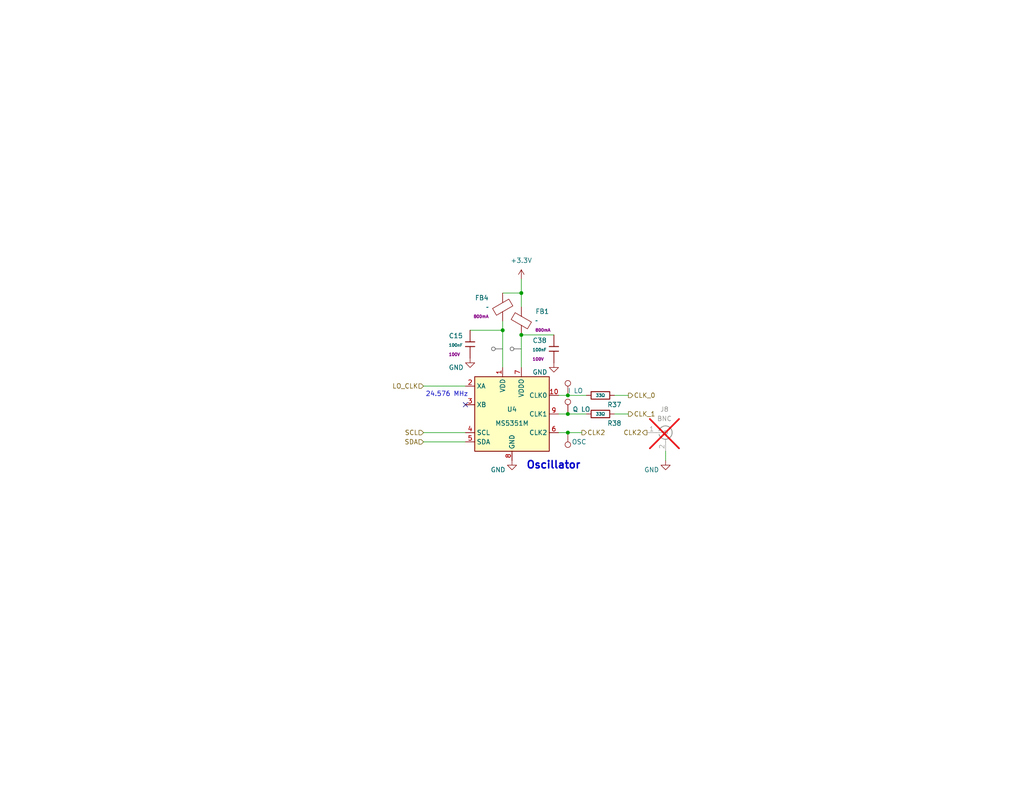
<source format=kicad_sch>
(kicad_sch (version 20250114) (generator "eeschema") (generator_version "9.0")
  (paper "USLetter")
  (title_block (date "2026-01-11") (rev "0.1"))
  (lib_symbols
    (symbol "+3.3V_1" (power) (pin_names (offset 0))
      (property "Value" "+3.3V_1" (at 0 3.556 0))
      (symbol "+3.3V_1_0_1"
        (polyline (pts (xy -0.762 1.27) (xy 0 2.54)))
        (polyline (pts (xy 0 2.54) (xy 0.762 1.27)))
        (polyline (pts (xy 0 0) (xy 0 2.54)))
      )
      (symbol "+3.3V_1_1_1"
        (pin power_in line (at 0 0 90) (length 0) (hide yes) (name "+3.3V") (number "1"))
      )
    )
    (symbol "Connector:Conn_Coaxial" (pin_names (offset 1.016) (hide yes))
      (property "Reference" "J" (at 0.254 3.048 0))
      (property "Value" "Conn_Coaxial" (at 2.921 0 90))
      (symbol "Conn_Coaxial_0_1"
        (polyline (pts (xy -2.54 0) (xy -0.508 0)))
        (arc (start 1.778 0) (mid 0.222 -1.8079) (end -1.778 -0.508) (stroke (width 0.254)))
        (arc (start -1.778 0.508) (mid 0.2221 1.8084) (end 1.778 0) (stroke (width 0.254)))
        (circle (center 0 0) (radius 0.508) (stroke (width 0.2032)))
        (polyline (pts (xy 0 -2.54) (xy 0 -1.778)))
      )
      (symbol "Conn_Coaxial_1_1"
        (pin passive line (at -5.08 0 0) (length 2.54) (name "In") (number "1"))
        (pin passive line (at 0 -5.08 90) (length 2.54) (name "Ext") (number "2"))
      )
    )
    (symbol "Connector:TestPoint" (pin_numbers (hide yes)) (pin_names (offset 0.762) (hide yes))
      (property "Reference" "TP" (at 0 6.858 0))
      (property "Value" "TestPoint" (at 0 5.08 0))
      (symbol "TestPoint_0_1"
        (circle (center 0 3.302) (radius 0.762))
      )
      (symbol "TestPoint_1_1"
        (pin passive line (at 0 0 90) (length 2.54) (name "1") (number "1"))
      )
    )
    (symbol "GND_1" (power) (pin_names (offset 0))
      (property "Value" "GND_1" (at 0 -3.81 0))
      (symbol "GND_1_0_1"
        (polyline (pts (xy 0 0) (xy 0 -1.27) (xy 1.27 -1.27) (xy 0 -2.54) (xy -1.27 -1.27) (xy 0 -1.27)))
      )
      (symbol "GND_1_1_1"
        (pin power_in line (at 0 0 270) (length 0) (hide yes) (name "GND") (number "1"))
      )
    )
    (symbol "Oscillator:Si5351A-B-GT"
      (property "Reference" "U" (at -8.89 11.43 0))
      (property "Value" "Si5351A-B-GT" (at -12.7 -12.7 0))
      (symbol "Si5351A-B-GT_0_1"
        (rectangle (start -10.16 10.16) (end 10.16 -10.16) (stroke (width 0.254)) (fill (type background)))
      )
      (symbol "Si5351A-B-GT_1_1"
        (pin input line (at -12.7 7.62 0) (length 2.54) (name "XA") (number "2"))
        (pin input line (at -12.7 2.54 0) (length 2.54) (name "XB") (number "3"))
        (pin input line (at -12.7 -5.08 0) (length 2.54) (name "SCL") (number "4"))
        (pin bidirectional line (at -12.7 -7.62 0) (length 2.54) (name "SDA") (number "5"))
        (pin power_in line (at -2.54 12.7 270) (length 2.54) (name "VDD") (number "1"))
        (pin power_in line (at 0 -12.7 90) (length 2.54) (name "GND") (number "8"))
        (pin power_in line (at 2.54 12.7 270) (length 2.54) (name "VDDO") (number "7"))
        (pin output line (at 12.7 5.08 180) (length 2.54) (name "CLK0") (number "10"))
        (pin output line (at 12.7 0 180) (length 2.54) (name "CLK1") (number "9"))
        (pin output line (at 12.7 -5.08 180) (length 2.54) (name "CLK2") (number "6"))
      )
    )
    (symbol "PCM_JLCPCB-Capacitors:0805,100nF" (pin_numbers (hide yes)) (pin_names (offset 0))
      (property "Reference" "C" (at 2.032 1.668 0))
      (property "Value" "100nF" (at 2.032 -0.3782 0))
      (property "Voltage Rated" "100V" (at 2.032 -2.0462 0))
      (symbol "0805,100nF_0_1"
        (polyline (pts (xy -1.27 0.635) (xy 1.27 0.635)) (stroke (width 0.254)))
        (polyline (pts (xy -1.27 -0.635) (xy 1.27 -0.635)) (stroke (width 0.254)))
      )
      (symbol "0805,100nF_1_1"
        (pin passive line (at 0 3.81 270) (length 3.175) (name "~") (number "1"))
        (pin passive line (at 0 -3.81 90) (length 3.175) (name "~") (number "2"))
      )
    )
    (symbol "PCM_JLCPCB-Inductors:Ferrite,0805" (pin_numbers (hide yes)) (pin_names (offset 0))
      (property "Reference" "FB" (at 3.4036 1.2508 0))
      (property "Current Rating" "800mA" (at 3.4036 -1.5274 0))
      (symbol "Ferrite,0805_0_1"
        (polyline (pts (xy -2.7686 0.4064) (xy -1.7018 2.2606) (xy 2.7686 -0.3048) (xy 1.6764 -2.159) (xy -2.7686 0.4064)))
        (polyline (pts (xy 0 1.27) (xy 0 1.2954)))
        (polyline (pts (xy 0 -1.27) (xy 0 -1.2192)))
      )
      (symbol "Ferrite,0805_1_1"
        (pin passive line (at 0 3.81 270) (length 2.54) (name "~") (number "1"))
        (pin passive line (at 0 -3.81 90) (length 2.54) (name "~") (number "2"))
      )
    )
    (symbol "PCM_JLCPCB-Resistors:0805,33Ω" (pin_numbers (hide yes)) (pin_names (offset 0))
      (property "Reference" "R" (at 1.778 0 0))
      (property "Value" "33Ω" (at 0 0 90))
      (symbol "0805,33Ω_0_1"
        (rectangle (start -1.016 2.54) (end 1.016 -2.54) (stroke (width 0.254)))
      )
      (symbol "0805,33Ω_1_1"
        (pin passive line (at 0 3.81 270) (length 1.27) (name "~") (number "1"))
        (pin passive line (at 0 -3.81 90) (length 1.27) (name "~") (number "2"))
      )
    )
  )
  (text "24.576 MHz" (at 121.92 107.696 0) (effects (font (size 1.27 1.27))))
  (text "Oscillator" (at 143.51 128.27 0) (effects (font (size 2.0066 2.0066) (thickness 0.4013) (bold yes)) (justify left bottom)))
  (junction (at 154.94 118.11))
  (junction (at 154.94 107.95))
  (junction (at 142.24 91.44))
  (junction (at 154.94 113.03))
  (junction (at 142.24 80.01))
  (junction (at 137.16 90.17))
  (no_connect (at 127 110.49))
  (wire (pts (xy 137.16 80.01) (xy 142.24 80.01)))
  (wire (pts (xy 154.94 107.95) (xy 160.02 107.95)))
  (wire (pts (xy 115.57 120.65) (xy 127 120.65)))
  (wire (pts (xy 142.24 80.01) (xy 142.24 83.82)))
  (wire (pts (xy 115.57 118.11) (xy 127 118.11)))
  (wire (pts (xy 137.16 87.63) (xy 137.16 90.17)))
  (wire (pts (xy 137.16 90.17) (xy 137.16 100.33)))
  (wire (pts (xy 152.4 113.03) (xy 154.94 113.03)))
  (wire (pts (xy 167.64 113.03) (xy 171.45 113.03)))
  (wire (pts (xy 152.4 107.95) (xy 154.94 107.95)))
  (wire (pts (xy 154.94 113.03) (xy 160.02 113.03)))
  (wire (pts (xy 152.4 118.11) (xy 154.94 118.11)))
  (wire (pts (xy 154.94 118.11) (xy 158.75 118.11)))
  (wire (pts (xy 142.24 91.44) (xy 151.13 91.44)))
  (wire (pts (xy 181.61 125.73) (xy 181.61 123.19)))
  (wire (pts (xy 167.64 107.95) (xy 171.45 107.95)))
  (wire (pts (xy 128.27 90.17) (xy 137.16 90.17)))
  (wire (pts (xy 142.24 76.2) (xy 142.24 80.01)))
  (wire (pts (xy 142.24 91.44) (xy 142.24 100.33)))
  (wire (pts (xy 115.57 105.41) (xy 127 105.41)))
  (hierarchical_label "SCL" (shape input) (at 115.57 118.11 180))
  (hierarchical_label "CLK_1" (shape output) (at 171.45 113.03 0))
  (hierarchical_label "LO_CLK" (shape input) (at 115.57 105.41 180))
  (hierarchical_label "CLK_0" (shape output) (at 171.45 107.95 0))
  (hierarchical_label "CLK2" (shape output) (at 176.53 118.11 180))
  (hierarchical_label "CLK2" (shape output) (at 158.75 118.11 0))
  (hierarchical_label "SDA" (shape input) (at 115.57 120.65 180))
  (netclass_flag "" (length 2.54) (shape round) (at 137.16 95.25 90) (property "Netclass" "1V1" (effects (hide yes))))
  (netclass_flag "" (length 2.54) (shape round) (at 142.24 95.25 90) (property "Netclass" "1V1" (effects (hide yes))))
  (symbol (lib_id "Connector:Conn_Coaxial") (at 181.61 118.11 0) (unit 1) (dnp yes)
    (property "Reference" "J8" (at 181.2926 111.76 0))
    (property "Value" "BNC" (at 181.2926 114.3 0))
    (property "Footprint" "Connector_Coaxial:BNC_TEConnectivity_1478204_Vertical" (effects (hide yes)))
  )
  (symbol (lib_name "GND_1") (lib_id "power:GND") (at 181.61 125.73 0) (unit 1)
    (property "Reference" "#PWR050" (effects (hide yes)))
    (property "Value" "GND" (at 177.8 128.27 0))
  )
  (symbol (lib_id "Connector:TestPoint") (at 154.94 107.95 0) (unit 1)
    (property "Reference" "TP3" (effects (hide yes)))
    (property "Value" "I LO" (at 154.94 106.68 0) (effects (justify left)))
    (property "Footprint" "TestPoint:TestPoint_THTPad_D1.5mm_Drill0.7mm" (effects (hide yes)))
  )
  (symbol (lib_id "Connector:TestPoint") (at 154.94 118.11 180) (unit 1)
    (property "Reference" "TP5" (effects (hide yes)))
    (property "Value" "OSC" (at 160.02 120.65 0) (effects (justify left)))
    (property "Footprint" "TestPoint:TestPoint_THTPad_D1.5mm_Drill0.7mm" (effects (hide yes)))
  )
  (symbol (lib_id "PCM_JLCPCB-Inductors:Ferrite,0805") (at 142.24 87.63 0) (unit 1)
    (property "Reference" "FB1" (at 146.05 85.0391 0) (effects (justify left)))
    (property "Value" "~" (at 146.05 87.5792 0) (effects (font (size 0.8 0.8)) (justify left)))
    (property "Footprint" "PCM_JLCPCB:FB_0805" (effects (hide yes)))
    (property "Datasheet" "https://www.lcsc.com/datasheet/lcsc_datasheet_2310301640_Sunlord-GZ2012D101TF_C1015.pdf" (effects (hide yes)))
    (property "Description" "±25% 100Ω@100MHz 0805 Ferrite Beads ROHS" (effects (hide yes)))
    (property "LCSC" "C1015" (effects (hide yes)))
    (property "Stock" "196104" (effects (hide yes)))
    (property "Price" "0.017USD" (effects (hide yes)))
    (property "Process" "SMT" (effects (hide yes)))
    (property "Minimum Qty" "20" (effects (hide yes)))
    (property "Attrition Qty" "10" (effects (hide yes)))
    (property "Class" "Basic Component" (effects (hide yes)))
    (property "Category" "Filters/EMI Optimization,Ferrite Beads" (effects (hide yes)))
    (property "Manufacturer" "Sunlord" (effects (hide yes)))
    (property "Part" "GZ2012D101TF" (effects (hide yes)))
    (property "Impedance @ Frequency" "100Ω@100MHz" (effects (hide yes)))
    (property "Circuits" "1" (effects (hide yes)))
    (property "Current Rating" "800mA" (at 146.05 90.1192 0) (effects (font (size 0.8 0.8)) (justify left)))
    (property "Tolerance" "±25%" (effects (hide yes)))
  )
  (symbol (lib_id "Oscillator:Si5351A-B-GT") (at 139.7 113.03 0) (unit 1)
    (property "Reference" "U4" (at 139.7 111.76 0))
    (property "Value" "MS5351M" (at 139.7 115.57 0))
    (property "Footprint" "Package_SO:MSOP-10_3x3mm_P0.5mm" (effects (hide yes)))
    (property "Datasheet" "https://datasheet.lcsc.com/lcsc/2012241239_Hangzhou-Ruimeng-Tech-MS5351M_C1509083.pdf" (effects (hide yes)))
    (property "LCSC" "C1509083" (effects (hide yes)))
    (property "JLC" "Extended" (effects (hide yes)))
    (property "JLCPCB Rotation Offset" "270" (effects (hide yes)))
  )
  (symbol (lib_name "+3.3V_1") (lib_id "power:+3.3V") (at 142.24 76.2 0) (unit 1)
    (property "Reference" "#PWR048" (effects (hide yes)))
    (property "Value" "+3.3V" (at 142.24 71.12 0))
  )
  (symbol (lib_id "PCM_JLCPCB-Capacitors:0805,100nF") (at 151.13 95.25 180) (unit 1)
    (property "Reference" "C38" (at 145.288 92.9639 0) (effects (justify right)))
    (property "Value" "100nF" (at 145.288 95.504 0) (effects (font (size 0.8 0.8)) (justify right)))
    (property "Footprint" "PCM_JLCPCB:C_0805" (effects (hide yes)))
    (property "Datasheet" "https://www.lcsc.com/datasheet/lcsc_datasheet_2304140030_Samsung-Electro-Mechanics-CL21B104KCFNNNE_C28233.pdf" (effects (hide yes)))
    (property "Description" "100V 100nF X7R ±10% 0805 Multilayer Ceramic Capacitors MLCC - SMD/SMT ROHS" (effects (hide yes)))
    (property "LCSC" "C28233" (effects (hide yes)))
    (property "Stock" "1168020" (effects (hide yes)))
    (property "Price" "0.009USD" (effects (hide yes)))
    (property "Process" "SMT" (effects (hide yes)))
    (property "Minimum Qty" "20" (effects (hide yes)))
    (property "Attrition Qty" "10" (effects (hide yes)))
    (property "Class" "Basic Component" (effects (hide yes)))
    (property "Category" "Capacitors,Multilayer Ceramic Capacitors MLCC - SMD/SMT" (effects (hide yes)))
    (property "Manufacturer" "Samsung Electro-Mechanics" (effects (hide yes)))
    (property "Part" "CL21B104KCFNNNE" (effects (hide yes)))
    (property "Voltage Rated" "100V" (at 145.288 98.044 0) (effects (font (size 0.8 0.8)) (justify right)))
    (property "Tolerance" "±10%" (effects (hide yes)))
    (property "Capacitance" "100nF" (effects (hide yes)))
    (property "Temperature Coefficient" "X7R" (effects (hide yes)))
  )
  (symbol (lib_id "PCM_JLCPCB-Resistors:0805,33Ω") (at 163.83 107.95 270) (mirror x) (unit 1)
    (property "Reference" "R37" (at 167.64 110.49 90))
    (property "Value" "33Ω" (at 163.83 107.95 90) (effects (font (size 0.8 0.8))))
    (property "Footprint" "PCM_JLCPCB:R_0805" (effects (hide yes)))
    (property "Datasheet" "https://www.lcsc.com/datasheet/lcsc_datasheet_2205311830_UNI-ROYAL-Uniroyal-Elec-0805W8F330JT5E_C17634.pdf" (effects (hide yes)))
    (property "Description" "125mW Thick Film Resistors 150V ±1% ±200ppm/°C 33Ω 0805 Chip Resistor - Surface Mount ROHS" (effects (hide yes)))
    (property "LCSC" "C17634" (effects (hide yes)))
    (property "Stock" "335994" (effects (hide yes)))
    (property "Price" "0.005USD" (effects (hide yes)))
    (property "Process" "SMT" (effects (hide yes)))
    (property "Minimum Qty" "20" (effects (hide yes)))
    (property "Attrition Qty" "10" (effects (hide yes)))
    (property "Class" "Basic Component" (effects (hide yes)))
    (property "Category" "Resistors,Chip Resistor - Surface Mount" (effects (hide yes)))
    (property "Manufacturer" "UNI-ROYAL(Uniroyal Elec)" (effects (hide yes)))
    (property "Part" "0805W8F330JT5E" (effects (hide yes)))
    (property "Resistance" "33Ω" (effects (hide yes)))
    (property "Power(Watts)" "125mW" (effects (hide yes)))
    (property "Type" "Thick Film Resistors" (effects (hide yes)))
    (property "Overload Voltage (Max)" "150V" (effects (hide yes)))
    (property "Operating Temperature Range" "-55°C~+155°C" (effects (hide yes)))
    (property "Tolerance" "±1%" (effects (hide yes)))
    (property "Temperature Coefficient" "±200ppm/°C" (effects (hide yes)))
  )
  (symbol (lib_id "PCM_JLCPCB-Resistors:0805,33Ω") (at 163.83 113.03 270) (mirror x) (unit 1)
    (property "Reference" "R38" (at 167.64 115.57 90))
    (property "Value" "33Ω" (at 163.83 113.03 90) (effects (font (size 0.8 0.8))))
    (property "Footprint" "PCM_JLCPCB:R_0805" (effects (hide yes)))
    (property "Datasheet" "https://www.lcsc.com/datasheet/lcsc_datasheet_2205311830_UNI-ROYAL-Uniroyal-Elec-0805W8F330JT5E_C17634.pdf" (effects (hide yes)))
    (property "Description" "125mW Thick Film Resistors 150V ±1% ±200ppm/°C 33Ω 0805 Chip Resistor - Surface Mount ROHS" (effects (hide yes)))
    (property "LCSC" "C17634" (effects (hide yes)))
    (property "Stock" "335994" (effects (hide yes)))
    (property "Price" "0.005USD" (effects (hide yes)))
    (property "Process" "SMT" (effects (hide yes)))
    (property "Minimum Qty" "20" (effects (hide yes)))
    (property "Attrition Qty" "10" (effects (hide yes)))
    (property "Class" "Basic Component" (effects (hide yes)))
    (property "Category" "Resistors,Chip Resistor - Surface Mount" (effects (hide yes)))
    (property "Manufacturer" "UNI-ROYAL(Uniroyal Elec)" (effects (hide yes)))
    (property "Part" "0805W8F330JT5E" (effects (hide yes)))
    (property "Resistance" "33Ω" (effects (hide yes)))
    (property "Power(Watts)" "125mW" (effects (hide yes)))
    (property "Type" "Thick Film Resistors" (effects (hide yes)))
    (property "Overload Voltage (Max)" "150V" (effects (hide yes)))
    (property "Operating Temperature Range" "-55°C~+155°C" (effects (hide yes)))
    (property "Tolerance" "±1%" (effects (hide yes)))
    (property "Temperature Coefficient" "±200ppm/°C" (effects (hide yes)))
  )
  (symbol (lib_id "Connector:TestPoint") (at 154.94 113.03 0) (unit 1)
    (property "Reference" "TP4" (effects (hide yes)))
    (property "Value" "Q LO" (at 156.21 111.76 0) (effects (justify left)))
    (property "Footprint" "TestPoint:TestPoint_THTPad_D1.5mm_Drill0.7mm" (effects (hide yes)))
  )
  (symbol (lib_id "PCM_JLCPCB-Inductors:Ferrite,0805") (at 137.16 83.82 0) (mirror x) (unit 1)
    (property "Reference" "FB4" (at 133.35 81.3307 0) (effects (justify right)))
    (property "Value" "~" (at 133.35 83.8708 0) (effects (font (size 0.8 0.8)) (justify right)))
    (property "Footprint" "PCM_JLCPCB:FB_0805" (effects (hide yes)))
    (property "Datasheet" "https://www.lcsc.com/datasheet/lcsc_datasheet_2310301640_Sunlord-GZ2012D101TF_C1015.pdf" (effects (hide yes)))
    (property "Description" "±25% 100Ω@100MHz 0805 Ferrite Beads ROHS" (effects (hide yes)))
    (property "LCSC" "C1015" (effects (hide yes)))
    (property "Stock" "196104" (effects (hide yes)))
    (property "Price" "0.017USD" (effects (hide yes)))
    (property "Process" "SMT" (effects (hide yes)))
    (property "Minimum Qty" "20" (effects (hide yes)))
    (property "Attrition Qty" "10" (effects (hide yes)))
    (property "Class" "Basic Component" (effects (hide yes)))
    (property "Category" "Filters/EMI Optimization,Ferrite Beads" (effects (hide yes)))
    (property "Manufacturer" "Sunlord" (effects (hide yes)))
    (property "Part" "GZ2012D101TF" (effects (hide yes)))
    (property "Impedance @ Frequency" "100Ω@100MHz" (effects (hide yes)))
    (property "Circuits" "1" (effects (hide yes)))
    (property "Current Rating" "800mA" (at 133.35 86.4108 0) (effects (font (size 0.8 0.8)) (justify right)))
    (property "Tolerance" "±25%" (effects (hide yes)))
  )
  (symbol (lib_name "GND_1") (lib_id "power:GND") (at 139.7 125.73 0) (unit 1)
    (property "Reference" "#PWR047" (effects (hide yes)))
    (property "Value" "GND" (at 135.89 128.27 0))
  )
  (symbol (lib_id "PCM_JLCPCB-Capacitors:0805,100nF") (at 128.27 93.98 180) (unit 1)
    (property "Reference" "C15" (at 122.428 91.6939 0) (effects (justify right)))
    (property "Value" "100nF" (at 122.428 94.234 0) (effects (font (size 0.8 0.8)) (justify right)))
    (property "Footprint" "PCM_JLCPCB:C_0805" (effects (hide yes)))
    (property "Datasheet" "https://www.lcsc.com/datasheet/lcsc_datasheet_2304140030_Samsung-Electro-Mechanics-CL21B104KCFNNNE_C28233.pdf" (effects (hide yes)))
    (property "Description" "100V 100nF X7R ±10% 0805 Multilayer Ceramic Capacitors MLCC - SMD/SMT ROHS" (effects (hide yes)))
    (property "LCSC" "C28233" (effects (hide yes)))
    (property "Stock" "1168020" (effects (hide yes)))
    (property "Price" "0.009USD" (effects (hide yes)))
    (property "Process" "SMT" (effects (hide yes)))
    (property "Minimum Qty" "20" (effects (hide yes)))
    (property "Attrition Qty" "10" (effects (hide yes)))
    (property "Class" "Basic Component" (effects (hide yes)))
    (property "Category" "Capacitors,Multilayer Ceramic Capacitors MLCC - SMD/SMT" (effects (hide yes)))
    (property "Manufacturer" "Samsung Electro-Mechanics" (effects (hide yes)))
    (property "Part" "CL21B104KCFNNNE" (effects (hide yes)))
    (property "Voltage Rated" "100V" (at 122.428 96.774 0) (effects (font (size 0.8 0.8)) (justify right)))
    (property "Tolerance" "±10%" (effects (hide yes)))
    (property "Capacitance" "100nF" (effects (hide yes)))
    (property "Temperature Coefficient" "X7R" (effects (hide yes)))
  )
  (symbol (lib_name "GND_1") (lib_id "power:GND") (at 151.13 99.06 0) (unit 1)
    (property "Reference" "#PWR049" (effects (hide yes)))
    (property "Value" "GND" (at 147.32 101.6 0))
  )
  (symbol (lib_name "GND_1") (lib_id "power:GND") (at 128.27 97.79 0) (unit 1)
    (property "Reference" "#PWR046" (effects (hide yes)))
    (property "Value" "GND" (at 124.46 100.33 0))
  )
)
</source>
